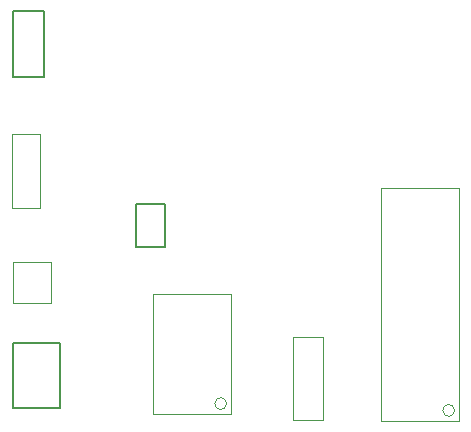
<source format=gbr>
%TF.GenerationSoftware,Altium Limited,Altium Designer,22.8.2 (66)*%
G04 Layer_Color=16711935*
%FSLAX45Y45*%
%MOMM*%
%TF.SameCoordinates,7D29B654-BFA4-4C5B-9AD4-86D38D862F27*%
%TF.FilePolarity,Positive*%
%TF.FileFunction,Other,Top_3D_Body*%
%TF.Part,Single*%
G01*
G75*
%TA.AperFunction,NonConductor*%
%ADD22C,0.20000*%
%ADD26C,0.10000*%
D22*
X546600Y3200800D02*
Y3758800D01*
X282600Y3200800D02*
X546600D01*
X282600D02*
Y3758800D01*
X546600D01*
X1322800Y1763100D02*
X1572800D01*
Y2123100D01*
X1322800D02*
X1572800D01*
X1322800Y1763100D02*
Y2123100D01*
X282600Y948100D02*
X682600D01*
X282600Y398100D02*
Y948100D01*
Y398100D02*
X682600D01*
Y948100D01*
D26*
X2093400Y433400D02*
G03*
X2093400Y433400I-50000J0D01*
G01*
X4023800Y375000D02*
G03*
X4023800Y375000I-50000J0D01*
G01*
X285100Y1635500D02*
X605100D01*
X285100Y1285500D02*
Y1635500D01*
Y1285500D02*
X605100D01*
Y1635500D01*
X275100Y2085300D02*
X515100D01*
X275100D02*
Y2715300D01*
X515100Y2085300D02*
Y2715300D01*
X275100D02*
X515100D01*
X2133400Y343400D02*
Y1358400D01*
X1473400Y343400D02*
Y1358400D01*
Y343400D02*
X2133400D01*
X1473400Y1358400D02*
X2133400D01*
X3403800Y2255000D02*
X4063800D01*
X3403800Y285000D02*
X4063800D01*
X3403800D02*
Y2255000D01*
X4063800Y285000D02*
Y2255000D01*
X2656300Y297700D02*
X2906300D01*
X2656300D02*
Y997700D01*
X2906300D01*
Y297700D02*
Y997700D01*
%TF.MD5,c17292047bada15e0745bcf84932408f*%
M02*

</source>
